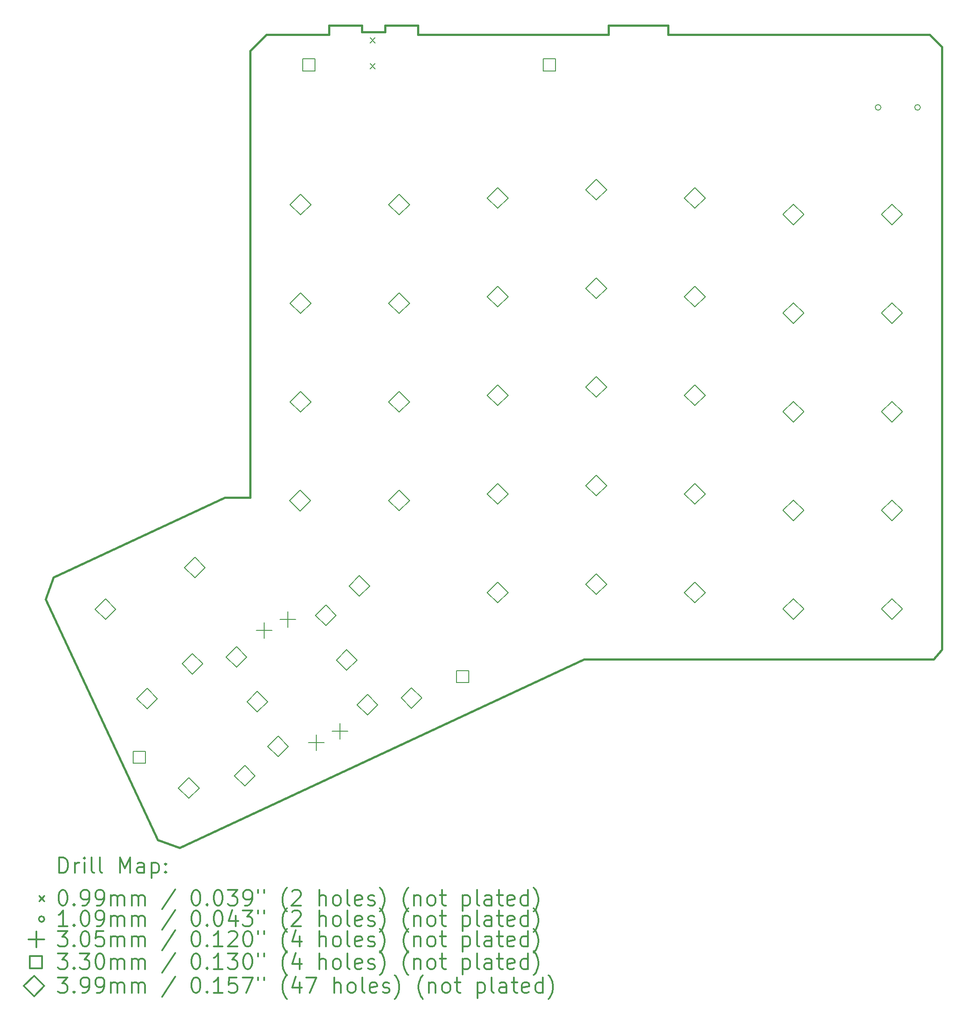
<source format=gbr>
%FSLAX45Y45*%
G04 Gerber Fmt 4.5, Leading zero omitted, Abs format (unit mm)*
G04 Created by KiCad (PCBNEW (5.0.1)-rc2) date 2018-10-18 11:00:09*
%MOMM*%
%LPD*%
G01*
G04 APERTURE LIST*
%ADD10C,0.381000*%
%ADD11C,0.200000*%
%ADD12C,0.300000*%
G04 APERTURE END LIST*
D10*
X19621500Y-15113000D02*
X19469100Y-15290800D01*
X19634200Y-3467100D02*
X19392900Y-3225800D01*
X12715240Y-15290800D02*
X19469100Y-15290800D01*
X19634200Y-15100300D02*
X19634200Y-3467100D01*
X19392900Y-3225800D02*
X14340840Y-3225800D01*
X14340840Y-3225800D02*
X14340840Y-3048000D01*
X14340840Y-3048000D02*
X13190220Y-3048000D01*
X13190220Y-3048000D02*
X13190220Y-3225800D01*
X13190220Y-3225800D02*
X9504680Y-3225800D01*
X9504680Y-3225800D02*
X9504680Y-3048000D01*
X9504680Y-3048000D02*
X8870950Y-3048000D01*
X8870950Y-3048000D02*
X8870950Y-3175000D01*
X8870950Y-3175000D02*
X8421370Y-3175000D01*
X8421370Y-3175000D02*
X8421370Y-3048000D01*
X8421370Y-3048000D02*
X7787640Y-3048000D01*
X7787640Y-3048000D02*
X7787640Y-3225800D01*
X7787640Y-3225800D02*
X6581140Y-3225800D01*
X6581140Y-3225800D02*
X6261100Y-3543300D01*
X6261100Y-3543300D02*
X6261100Y-12166600D01*
X6261100Y-12166600D02*
X5770880Y-12166600D01*
X5770880Y-12166600D02*
X2461768Y-13709650D01*
X2461768Y-13709650D02*
X2308098Y-14131544D01*
X2308098Y-14131544D02*
X4476496Y-18781776D01*
X4476496Y-18781776D02*
X4898390Y-18935192D01*
X4898390Y-18935192D02*
X12715240Y-15290800D01*
D11*
X8581390Y-3288030D02*
X8680450Y-3387090D01*
X8680450Y-3288030D02*
X8581390Y-3387090D01*
X8581390Y-3788410D02*
X8680450Y-3887470D01*
X8680450Y-3788410D02*
X8581390Y-3887470D01*
X18455410Y-4633000D02*
G75*
G03X18455410Y-4633000I-54610J0D01*
G01*
X19217410Y-4633000D02*
G75*
G03X19217410Y-4633000I-54610J0D01*
G01*
X6992708Y-14367397D02*
X6992708Y-14672197D01*
X6840308Y-14519797D02*
X7145108Y-14519797D01*
X8001752Y-16531297D02*
X8001752Y-16836097D01*
X7849352Y-16683697D02*
X8154152Y-16683697D01*
X6532382Y-14582179D02*
X6532382Y-14886979D01*
X6379982Y-14734579D02*
X6684782Y-14734579D01*
X7541426Y-16746079D02*
X7541426Y-17050879D01*
X7389026Y-16898479D02*
X7693826Y-16898479D01*
X4239874Y-17301074D02*
X4239874Y-17067726D01*
X4006526Y-17067726D01*
X4006526Y-17301074D01*
X4239874Y-17301074D01*
X7516674Y-3926674D02*
X7516674Y-3693326D01*
X7283326Y-3693326D01*
X7283326Y-3926674D01*
X7516674Y-3926674D01*
X10487874Y-15745074D02*
X10487874Y-15511726D01*
X10254526Y-15511726D01*
X10254526Y-15745074D01*
X10487874Y-15745074D01*
X12166674Y-3926674D02*
X12166674Y-3693326D01*
X11933326Y-3693326D01*
X11933326Y-3926674D01*
X12166674Y-3926674D01*
X5080000Y-17979390D02*
X5279390Y-17780000D01*
X5080000Y-17580610D01*
X4880610Y-17780000D01*
X5080000Y-17979390D01*
X7239000Y-6709410D02*
X7438390Y-6510020D01*
X7239000Y-6310630D01*
X7039610Y-6510020D01*
X7239000Y-6709410D01*
X7239254Y-8615680D02*
X7438644Y-8416290D01*
X7239254Y-8216900D01*
X7039864Y-8416290D01*
X7239254Y-8615680D01*
X9144000Y-10519156D02*
X9343390Y-10319766D01*
X9144000Y-10120376D01*
X8944610Y-10319766D01*
X9144000Y-10519156D01*
X5151169Y-15578039D02*
X5350559Y-15378649D01*
X5151169Y-15179259D01*
X4951779Y-15378649D01*
X5151169Y-15578039D01*
X6160213Y-17741940D02*
X6359603Y-17542550D01*
X6160213Y-17343160D01*
X5960823Y-17542550D01*
X6160213Y-17741940D01*
X12954000Y-14042390D02*
X13153390Y-13843000D01*
X12954000Y-13643610D01*
X12754610Y-13843000D01*
X12954000Y-14042390D01*
X7239254Y-10520680D02*
X7438644Y-10321290D01*
X7239254Y-10121900D01*
X7039864Y-10321290D01*
X7239254Y-10520680D01*
X11049000Y-10392156D02*
X11248390Y-10192766D01*
X11049000Y-9993376D01*
X10849610Y-10192766D01*
X11049000Y-10392156D01*
X14859000Y-12297156D02*
X15058390Y-12097766D01*
X14859000Y-11898376D01*
X14659610Y-12097766D01*
X14859000Y-12297156D01*
X18669000Y-8804656D02*
X18868390Y-8605266D01*
X18669000Y-8405876D01*
X18469610Y-8605266D01*
X18669000Y-8804656D01*
X16764000Y-14519656D02*
X16963390Y-14320266D01*
X16764000Y-14120876D01*
X16564610Y-14320266D01*
X16764000Y-14519656D01*
X18669000Y-12614656D02*
X18868390Y-12415266D01*
X18669000Y-12215876D01*
X18469610Y-12415266D01*
X18669000Y-12614656D01*
X12954000Y-12137390D02*
X13153390Y-11938000D01*
X12954000Y-11738610D01*
X12754610Y-11938000D01*
X12954000Y-12137390D01*
X14859000Y-6582156D02*
X15058390Y-6382766D01*
X14859000Y-6183376D01*
X14659610Y-6382766D01*
X14859000Y-6582156D01*
X14859000Y-8487156D02*
X15058390Y-8287766D01*
X14859000Y-8088376D01*
X14659610Y-8287766D01*
X14859000Y-8487156D01*
X7727950Y-14642592D02*
X7927340Y-14443202D01*
X7727950Y-14243812D01*
X7528560Y-14443202D01*
X7727950Y-14642592D01*
X14859000Y-10392156D02*
X15058390Y-10192766D01*
X14859000Y-9993376D01*
X14659610Y-10192766D01*
X14859000Y-10392156D01*
X18669000Y-10709656D02*
X18868390Y-10510266D01*
X18669000Y-10310876D01*
X18469610Y-10510266D01*
X18669000Y-10709656D01*
X6403848Y-16311118D02*
X6603238Y-16111728D01*
X6403848Y-15912338D01*
X6204458Y-16111728D01*
X6403848Y-16311118D01*
X3469894Y-14526260D02*
X3669284Y-14326870D01*
X3469894Y-14127480D01*
X3270504Y-14326870D01*
X3469894Y-14526260D01*
X9144000Y-12424156D02*
X9343390Y-12224766D01*
X9144000Y-12025376D01*
X8944610Y-12224766D01*
X9144000Y-12424156D01*
X11049000Y-6582156D02*
X11248390Y-6382766D01*
X11049000Y-6183376D01*
X10849610Y-6382766D01*
X11049000Y-6582156D01*
X5196332Y-13721334D02*
X5395722Y-13521944D01*
X5196332Y-13322554D01*
X4996942Y-13521944D01*
X5196332Y-13721334D01*
X9144000Y-8614156D02*
X9343390Y-8414766D01*
X9144000Y-8215376D01*
X8944610Y-8414766D01*
X9144000Y-8614156D01*
X6001512Y-15447772D02*
X6200902Y-15248382D01*
X6001512Y-15048992D01*
X5802122Y-15248382D01*
X6001512Y-15447772D01*
X16764000Y-12614656D02*
X16963390Y-12415266D01*
X16764000Y-12215876D01*
X16564610Y-12415266D01*
X16764000Y-12614656D01*
X8130286Y-15505938D02*
X8329676Y-15306548D01*
X8130286Y-15107158D01*
X7930896Y-15306548D01*
X8130286Y-15505938D01*
X11049000Y-12297156D02*
X11248390Y-12097766D01*
X11049000Y-11898376D01*
X10849610Y-12097766D01*
X11049000Y-12297156D01*
X12954000Y-8327390D02*
X13153390Y-8128000D01*
X12954000Y-7928610D01*
X12754610Y-8128000D01*
X12954000Y-8327390D01*
X18669000Y-6899910D02*
X18868390Y-6700520D01*
X18669000Y-6501130D01*
X18469610Y-6700520D01*
X18669000Y-6899910D01*
X11049000Y-8487156D02*
X11248390Y-8287766D01*
X11049000Y-8088376D01*
X10849610Y-8287766D01*
X11049000Y-8487156D01*
X6806438Y-17174210D02*
X7005828Y-16974820D01*
X6806438Y-16775430D01*
X6607048Y-16974820D01*
X6806438Y-17174210D01*
X9144000Y-6709410D02*
X9343390Y-6510020D01*
X9144000Y-6310630D01*
X8944610Y-6510020D01*
X9144000Y-6709410D01*
X8533130Y-16369284D02*
X8732520Y-16169894D01*
X8533130Y-15970504D01*
X8333740Y-16169894D01*
X8533130Y-16369284D01*
X4274820Y-16252698D02*
X4474210Y-16053308D01*
X4274820Y-15853918D01*
X4075430Y-16053308D01*
X4274820Y-16252698D01*
X8373921Y-14075116D02*
X8573311Y-13875726D01*
X8373921Y-13676336D01*
X8174531Y-13875726D01*
X8373921Y-14075116D01*
X9382965Y-16239017D02*
X9582355Y-16039627D01*
X9382965Y-15840237D01*
X9183575Y-16039627D01*
X9382965Y-16239017D01*
X18669000Y-14519656D02*
X18868390Y-14320266D01*
X18669000Y-14120876D01*
X18469610Y-14320266D01*
X18669000Y-14519656D01*
X16764000Y-10709656D02*
X16963390Y-10510266D01*
X16764000Y-10310876D01*
X16564610Y-10510266D01*
X16764000Y-10709656D01*
X16764000Y-8804656D02*
X16963390Y-8605266D01*
X16764000Y-8405876D01*
X16564610Y-8605266D01*
X16764000Y-8804656D01*
X16764000Y-6899910D02*
X16963390Y-6700520D01*
X16764000Y-6501130D01*
X16564610Y-6700520D01*
X16764000Y-6899910D01*
X11049000Y-14202156D02*
X11248390Y-14002766D01*
X11049000Y-13803376D01*
X10849610Y-14002766D01*
X11049000Y-14202156D01*
X14859000Y-14202156D02*
X15058390Y-14002766D01*
X14859000Y-13803376D01*
X14659610Y-14002766D01*
X14859000Y-14202156D01*
X12954000Y-6422390D02*
X13153390Y-6223000D01*
X12954000Y-6023610D01*
X12754610Y-6223000D01*
X12954000Y-6422390D01*
X7230649Y-12427455D02*
X7430039Y-12228065D01*
X7230649Y-12028675D01*
X7031259Y-12228065D01*
X7230649Y-12427455D01*
X12954000Y-10232390D02*
X13153390Y-10033000D01*
X12954000Y-9833610D01*
X12754610Y-10033000D01*
X12954000Y-10232390D01*
D12*
X2575476Y-19419956D02*
X2575476Y-19119956D01*
X2646905Y-19119956D01*
X2689762Y-19134242D01*
X2718334Y-19162814D01*
X2732619Y-19191385D01*
X2746905Y-19248528D01*
X2746905Y-19291385D01*
X2732619Y-19348528D01*
X2718334Y-19377099D01*
X2689762Y-19405671D01*
X2646905Y-19419956D01*
X2575476Y-19419956D01*
X2875476Y-19419956D02*
X2875476Y-19219956D01*
X2875476Y-19277099D02*
X2889762Y-19248528D01*
X2904048Y-19234242D01*
X2932619Y-19219956D01*
X2961191Y-19219956D01*
X3061191Y-19419956D02*
X3061191Y-19219956D01*
X3061191Y-19119956D02*
X3046905Y-19134242D01*
X3061191Y-19148528D01*
X3075476Y-19134242D01*
X3061191Y-19119956D01*
X3061191Y-19148528D01*
X3246905Y-19419956D02*
X3218334Y-19405671D01*
X3204048Y-19377099D01*
X3204048Y-19119956D01*
X3404048Y-19419956D02*
X3375476Y-19405671D01*
X3361191Y-19377099D01*
X3361191Y-19119956D01*
X3746905Y-19419956D02*
X3746905Y-19119956D01*
X3846905Y-19334242D01*
X3946905Y-19119956D01*
X3946905Y-19419956D01*
X4218334Y-19419956D02*
X4218334Y-19262814D01*
X4204048Y-19234242D01*
X4175476Y-19219956D01*
X4118334Y-19219956D01*
X4089762Y-19234242D01*
X4218334Y-19405671D02*
X4189762Y-19419956D01*
X4118334Y-19419956D01*
X4089762Y-19405671D01*
X4075476Y-19377099D01*
X4075476Y-19348528D01*
X4089762Y-19319956D01*
X4118334Y-19305671D01*
X4189762Y-19305671D01*
X4218334Y-19291385D01*
X4361191Y-19219956D02*
X4361191Y-19519956D01*
X4361191Y-19234242D02*
X4389762Y-19219956D01*
X4446905Y-19219956D01*
X4475476Y-19234242D01*
X4489762Y-19248528D01*
X4504048Y-19277099D01*
X4504048Y-19362814D01*
X4489762Y-19391385D01*
X4475476Y-19405671D01*
X4446905Y-19419956D01*
X4389762Y-19419956D01*
X4361191Y-19405671D01*
X4632619Y-19391385D02*
X4646905Y-19405671D01*
X4632619Y-19419956D01*
X4618334Y-19405671D01*
X4632619Y-19391385D01*
X4632619Y-19419956D01*
X4632619Y-19234242D02*
X4646905Y-19248528D01*
X4632619Y-19262814D01*
X4618334Y-19248528D01*
X4632619Y-19234242D01*
X4632619Y-19262814D01*
X2189988Y-19864712D02*
X2289048Y-19963772D01*
X2289048Y-19864712D02*
X2189988Y-19963772D01*
X2632619Y-19749956D02*
X2661191Y-19749956D01*
X2689762Y-19764242D01*
X2704048Y-19778528D01*
X2718334Y-19807099D01*
X2732619Y-19864242D01*
X2732619Y-19935671D01*
X2718334Y-19992814D01*
X2704048Y-20021385D01*
X2689762Y-20035671D01*
X2661191Y-20049956D01*
X2632619Y-20049956D01*
X2604048Y-20035671D01*
X2589762Y-20021385D01*
X2575476Y-19992814D01*
X2561191Y-19935671D01*
X2561191Y-19864242D01*
X2575476Y-19807099D01*
X2589762Y-19778528D01*
X2604048Y-19764242D01*
X2632619Y-19749956D01*
X2861191Y-20021385D02*
X2875476Y-20035671D01*
X2861191Y-20049956D01*
X2846905Y-20035671D01*
X2861191Y-20021385D01*
X2861191Y-20049956D01*
X3018334Y-20049956D02*
X3075476Y-20049956D01*
X3104048Y-20035671D01*
X3118334Y-20021385D01*
X3146905Y-19978528D01*
X3161191Y-19921385D01*
X3161191Y-19807099D01*
X3146905Y-19778528D01*
X3132619Y-19764242D01*
X3104048Y-19749956D01*
X3046905Y-19749956D01*
X3018334Y-19764242D01*
X3004048Y-19778528D01*
X2989762Y-19807099D01*
X2989762Y-19878528D01*
X3004048Y-19907099D01*
X3018334Y-19921385D01*
X3046905Y-19935671D01*
X3104048Y-19935671D01*
X3132619Y-19921385D01*
X3146905Y-19907099D01*
X3161191Y-19878528D01*
X3304048Y-20049956D02*
X3361191Y-20049956D01*
X3389762Y-20035671D01*
X3404048Y-20021385D01*
X3432619Y-19978528D01*
X3446905Y-19921385D01*
X3446905Y-19807099D01*
X3432619Y-19778528D01*
X3418334Y-19764242D01*
X3389762Y-19749956D01*
X3332619Y-19749956D01*
X3304048Y-19764242D01*
X3289762Y-19778528D01*
X3275476Y-19807099D01*
X3275476Y-19878528D01*
X3289762Y-19907099D01*
X3304048Y-19921385D01*
X3332619Y-19935671D01*
X3389762Y-19935671D01*
X3418334Y-19921385D01*
X3432619Y-19907099D01*
X3446905Y-19878528D01*
X3575476Y-20049956D02*
X3575476Y-19849956D01*
X3575476Y-19878528D02*
X3589762Y-19864242D01*
X3618334Y-19849956D01*
X3661191Y-19849956D01*
X3689762Y-19864242D01*
X3704048Y-19892814D01*
X3704048Y-20049956D01*
X3704048Y-19892814D02*
X3718334Y-19864242D01*
X3746905Y-19849956D01*
X3789762Y-19849956D01*
X3818334Y-19864242D01*
X3832619Y-19892814D01*
X3832619Y-20049956D01*
X3975476Y-20049956D02*
X3975476Y-19849956D01*
X3975476Y-19878528D02*
X3989762Y-19864242D01*
X4018334Y-19849956D01*
X4061191Y-19849956D01*
X4089762Y-19864242D01*
X4104048Y-19892814D01*
X4104048Y-20049956D01*
X4104048Y-19892814D02*
X4118334Y-19864242D01*
X4146905Y-19849956D01*
X4189762Y-19849956D01*
X4218334Y-19864242D01*
X4232619Y-19892814D01*
X4232619Y-20049956D01*
X4818334Y-19735671D02*
X4561191Y-20121385D01*
X5204048Y-19749956D02*
X5232619Y-19749956D01*
X5261191Y-19764242D01*
X5275476Y-19778528D01*
X5289762Y-19807099D01*
X5304048Y-19864242D01*
X5304048Y-19935671D01*
X5289762Y-19992814D01*
X5275476Y-20021385D01*
X5261191Y-20035671D01*
X5232619Y-20049956D01*
X5204048Y-20049956D01*
X5175476Y-20035671D01*
X5161191Y-20021385D01*
X5146905Y-19992814D01*
X5132619Y-19935671D01*
X5132619Y-19864242D01*
X5146905Y-19807099D01*
X5161191Y-19778528D01*
X5175476Y-19764242D01*
X5204048Y-19749956D01*
X5432619Y-20021385D02*
X5446905Y-20035671D01*
X5432619Y-20049956D01*
X5418334Y-20035671D01*
X5432619Y-20021385D01*
X5432619Y-20049956D01*
X5632619Y-19749956D02*
X5661191Y-19749956D01*
X5689762Y-19764242D01*
X5704048Y-19778528D01*
X5718334Y-19807099D01*
X5732619Y-19864242D01*
X5732619Y-19935671D01*
X5718334Y-19992814D01*
X5704048Y-20021385D01*
X5689762Y-20035671D01*
X5661191Y-20049956D01*
X5632619Y-20049956D01*
X5604048Y-20035671D01*
X5589762Y-20021385D01*
X5575476Y-19992814D01*
X5561191Y-19935671D01*
X5561191Y-19864242D01*
X5575476Y-19807099D01*
X5589762Y-19778528D01*
X5604048Y-19764242D01*
X5632619Y-19749956D01*
X5832619Y-19749956D02*
X6018334Y-19749956D01*
X5918334Y-19864242D01*
X5961191Y-19864242D01*
X5989762Y-19878528D01*
X6004048Y-19892814D01*
X6018334Y-19921385D01*
X6018334Y-19992814D01*
X6004048Y-20021385D01*
X5989762Y-20035671D01*
X5961191Y-20049956D01*
X5875476Y-20049956D01*
X5846905Y-20035671D01*
X5832619Y-20021385D01*
X6161191Y-20049956D02*
X6218334Y-20049956D01*
X6246905Y-20035671D01*
X6261191Y-20021385D01*
X6289762Y-19978528D01*
X6304048Y-19921385D01*
X6304048Y-19807099D01*
X6289762Y-19778528D01*
X6275476Y-19764242D01*
X6246905Y-19749956D01*
X6189762Y-19749956D01*
X6161191Y-19764242D01*
X6146905Y-19778528D01*
X6132619Y-19807099D01*
X6132619Y-19878528D01*
X6146905Y-19907099D01*
X6161191Y-19921385D01*
X6189762Y-19935671D01*
X6246905Y-19935671D01*
X6275476Y-19921385D01*
X6289762Y-19907099D01*
X6304048Y-19878528D01*
X6418334Y-19749956D02*
X6418334Y-19807099D01*
X6532619Y-19749956D02*
X6532619Y-19807099D01*
X6975476Y-20164242D02*
X6961191Y-20149956D01*
X6932619Y-20107099D01*
X6918334Y-20078528D01*
X6904048Y-20035671D01*
X6889762Y-19964242D01*
X6889762Y-19907099D01*
X6904048Y-19835671D01*
X6918334Y-19792814D01*
X6932619Y-19764242D01*
X6961191Y-19721385D01*
X6975476Y-19707099D01*
X7075476Y-19778528D02*
X7089762Y-19764242D01*
X7118334Y-19749956D01*
X7189762Y-19749956D01*
X7218334Y-19764242D01*
X7232619Y-19778528D01*
X7246905Y-19807099D01*
X7246905Y-19835671D01*
X7232619Y-19878528D01*
X7061191Y-20049956D01*
X7246905Y-20049956D01*
X7604048Y-20049956D02*
X7604048Y-19749956D01*
X7732619Y-20049956D02*
X7732619Y-19892814D01*
X7718334Y-19864242D01*
X7689762Y-19849956D01*
X7646905Y-19849956D01*
X7618334Y-19864242D01*
X7604048Y-19878528D01*
X7918334Y-20049956D02*
X7889762Y-20035671D01*
X7875476Y-20021385D01*
X7861191Y-19992814D01*
X7861191Y-19907099D01*
X7875476Y-19878528D01*
X7889762Y-19864242D01*
X7918334Y-19849956D01*
X7961191Y-19849956D01*
X7989762Y-19864242D01*
X8004048Y-19878528D01*
X8018334Y-19907099D01*
X8018334Y-19992814D01*
X8004048Y-20021385D01*
X7989762Y-20035671D01*
X7961191Y-20049956D01*
X7918334Y-20049956D01*
X8189762Y-20049956D02*
X8161191Y-20035671D01*
X8146905Y-20007099D01*
X8146905Y-19749956D01*
X8418334Y-20035671D02*
X8389762Y-20049956D01*
X8332619Y-20049956D01*
X8304048Y-20035671D01*
X8289762Y-20007099D01*
X8289762Y-19892814D01*
X8304048Y-19864242D01*
X8332619Y-19849956D01*
X8389762Y-19849956D01*
X8418334Y-19864242D01*
X8432619Y-19892814D01*
X8432619Y-19921385D01*
X8289762Y-19949956D01*
X8546905Y-20035671D02*
X8575476Y-20049956D01*
X8632619Y-20049956D01*
X8661191Y-20035671D01*
X8675476Y-20007099D01*
X8675476Y-19992814D01*
X8661191Y-19964242D01*
X8632619Y-19949956D01*
X8589762Y-19949956D01*
X8561191Y-19935671D01*
X8546905Y-19907099D01*
X8546905Y-19892814D01*
X8561191Y-19864242D01*
X8589762Y-19849956D01*
X8632619Y-19849956D01*
X8661191Y-19864242D01*
X8775476Y-20164242D02*
X8789762Y-20149956D01*
X8818334Y-20107099D01*
X8832619Y-20078528D01*
X8846905Y-20035671D01*
X8861191Y-19964242D01*
X8861191Y-19907099D01*
X8846905Y-19835671D01*
X8832619Y-19792814D01*
X8818334Y-19764242D01*
X8789762Y-19721385D01*
X8775476Y-19707099D01*
X9318334Y-20164242D02*
X9304048Y-20149956D01*
X9275476Y-20107099D01*
X9261191Y-20078528D01*
X9246905Y-20035671D01*
X9232619Y-19964242D01*
X9232619Y-19907099D01*
X9246905Y-19835671D01*
X9261191Y-19792814D01*
X9275476Y-19764242D01*
X9304048Y-19721385D01*
X9318334Y-19707099D01*
X9432619Y-19849956D02*
X9432619Y-20049956D01*
X9432619Y-19878528D02*
X9446905Y-19864242D01*
X9475476Y-19849956D01*
X9518334Y-19849956D01*
X9546905Y-19864242D01*
X9561191Y-19892814D01*
X9561191Y-20049956D01*
X9746905Y-20049956D02*
X9718334Y-20035671D01*
X9704048Y-20021385D01*
X9689762Y-19992814D01*
X9689762Y-19907099D01*
X9704048Y-19878528D01*
X9718334Y-19864242D01*
X9746905Y-19849956D01*
X9789762Y-19849956D01*
X9818334Y-19864242D01*
X9832619Y-19878528D01*
X9846905Y-19907099D01*
X9846905Y-19992814D01*
X9832619Y-20021385D01*
X9818334Y-20035671D01*
X9789762Y-20049956D01*
X9746905Y-20049956D01*
X9932619Y-19849956D02*
X10046905Y-19849956D01*
X9975476Y-19749956D02*
X9975476Y-20007099D01*
X9989762Y-20035671D01*
X10018334Y-20049956D01*
X10046905Y-20049956D01*
X10375476Y-19849956D02*
X10375476Y-20149956D01*
X10375476Y-19864242D02*
X10404048Y-19849956D01*
X10461191Y-19849956D01*
X10489762Y-19864242D01*
X10504048Y-19878528D01*
X10518334Y-19907099D01*
X10518334Y-19992814D01*
X10504048Y-20021385D01*
X10489762Y-20035671D01*
X10461191Y-20049956D01*
X10404048Y-20049956D01*
X10375476Y-20035671D01*
X10689762Y-20049956D02*
X10661191Y-20035671D01*
X10646905Y-20007099D01*
X10646905Y-19749956D01*
X10932619Y-20049956D02*
X10932619Y-19892814D01*
X10918334Y-19864242D01*
X10889762Y-19849956D01*
X10832619Y-19849956D01*
X10804048Y-19864242D01*
X10932619Y-20035671D02*
X10904048Y-20049956D01*
X10832619Y-20049956D01*
X10804048Y-20035671D01*
X10789762Y-20007099D01*
X10789762Y-19978528D01*
X10804048Y-19949956D01*
X10832619Y-19935671D01*
X10904048Y-19935671D01*
X10932619Y-19921385D01*
X11032619Y-19849956D02*
X11146905Y-19849956D01*
X11075476Y-19749956D02*
X11075476Y-20007099D01*
X11089762Y-20035671D01*
X11118334Y-20049956D01*
X11146905Y-20049956D01*
X11361191Y-20035671D02*
X11332619Y-20049956D01*
X11275476Y-20049956D01*
X11246905Y-20035671D01*
X11232619Y-20007099D01*
X11232619Y-19892814D01*
X11246905Y-19864242D01*
X11275476Y-19849956D01*
X11332619Y-19849956D01*
X11361191Y-19864242D01*
X11375476Y-19892814D01*
X11375476Y-19921385D01*
X11232619Y-19949956D01*
X11632619Y-20049956D02*
X11632619Y-19749956D01*
X11632619Y-20035671D02*
X11604048Y-20049956D01*
X11546905Y-20049956D01*
X11518334Y-20035671D01*
X11504048Y-20021385D01*
X11489762Y-19992814D01*
X11489762Y-19907099D01*
X11504048Y-19878528D01*
X11518334Y-19864242D01*
X11546905Y-19849956D01*
X11604048Y-19849956D01*
X11632619Y-19864242D01*
X11746905Y-20164242D02*
X11761191Y-20149956D01*
X11789762Y-20107099D01*
X11804048Y-20078528D01*
X11818334Y-20035671D01*
X11832619Y-19964242D01*
X11832619Y-19907099D01*
X11818334Y-19835671D01*
X11804048Y-19792814D01*
X11789762Y-19764242D01*
X11761191Y-19721385D01*
X11746905Y-19707099D01*
X2289048Y-20310242D02*
G75*
G03X2289048Y-20310242I-54610J0D01*
G01*
X2732619Y-20445956D02*
X2561191Y-20445956D01*
X2646905Y-20445956D02*
X2646905Y-20145956D01*
X2618334Y-20188814D01*
X2589762Y-20217385D01*
X2561191Y-20231671D01*
X2861191Y-20417385D02*
X2875476Y-20431671D01*
X2861191Y-20445956D01*
X2846905Y-20431671D01*
X2861191Y-20417385D01*
X2861191Y-20445956D01*
X3061191Y-20145956D02*
X3089762Y-20145956D01*
X3118334Y-20160242D01*
X3132619Y-20174528D01*
X3146905Y-20203099D01*
X3161191Y-20260242D01*
X3161191Y-20331671D01*
X3146905Y-20388814D01*
X3132619Y-20417385D01*
X3118334Y-20431671D01*
X3089762Y-20445956D01*
X3061191Y-20445956D01*
X3032619Y-20431671D01*
X3018334Y-20417385D01*
X3004048Y-20388814D01*
X2989762Y-20331671D01*
X2989762Y-20260242D01*
X3004048Y-20203099D01*
X3018334Y-20174528D01*
X3032619Y-20160242D01*
X3061191Y-20145956D01*
X3304048Y-20445956D02*
X3361191Y-20445956D01*
X3389762Y-20431671D01*
X3404048Y-20417385D01*
X3432619Y-20374528D01*
X3446905Y-20317385D01*
X3446905Y-20203099D01*
X3432619Y-20174528D01*
X3418334Y-20160242D01*
X3389762Y-20145956D01*
X3332619Y-20145956D01*
X3304048Y-20160242D01*
X3289762Y-20174528D01*
X3275476Y-20203099D01*
X3275476Y-20274528D01*
X3289762Y-20303099D01*
X3304048Y-20317385D01*
X3332619Y-20331671D01*
X3389762Y-20331671D01*
X3418334Y-20317385D01*
X3432619Y-20303099D01*
X3446905Y-20274528D01*
X3575476Y-20445956D02*
X3575476Y-20245956D01*
X3575476Y-20274528D02*
X3589762Y-20260242D01*
X3618334Y-20245956D01*
X3661191Y-20245956D01*
X3689762Y-20260242D01*
X3704048Y-20288814D01*
X3704048Y-20445956D01*
X3704048Y-20288814D02*
X3718334Y-20260242D01*
X3746905Y-20245956D01*
X3789762Y-20245956D01*
X3818334Y-20260242D01*
X3832619Y-20288814D01*
X3832619Y-20445956D01*
X3975476Y-20445956D02*
X3975476Y-20245956D01*
X3975476Y-20274528D02*
X3989762Y-20260242D01*
X4018334Y-20245956D01*
X4061191Y-20245956D01*
X4089762Y-20260242D01*
X4104048Y-20288814D01*
X4104048Y-20445956D01*
X4104048Y-20288814D02*
X4118334Y-20260242D01*
X4146905Y-20245956D01*
X4189762Y-20245956D01*
X4218334Y-20260242D01*
X4232619Y-20288814D01*
X4232619Y-20445956D01*
X4818334Y-20131671D02*
X4561191Y-20517385D01*
X5204048Y-20145956D02*
X5232619Y-20145956D01*
X5261191Y-20160242D01*
X5275476Y-20174528D01*
X5289762Y-20203099D01*
X5304048Y-20260242D01*
X5304048Y-20331671D01*
X5289762Y-20388814D01*
X5275476Y-20417385D01*
X5261191Y-20431671D01*
X5232619Y-20445956D01*
X5204048Y-20445956D01*
X5175476Y-20431671D01*
X5161191Y-20417385D01*
X5146905Y-20388814D01*
X5132619Y-20331671D01*
X5132619Y-20260242D01*
X5146905Y-20203099D01*
X5161191Y-20174528D01*
X5175476Y-20160242D01*
X5204048Y-20145956D01*
X5432619Y-20417385D02*
X5446905Y-20431671D01*
X5432619Y-20445956D01*
X5418334Y-20431671D01*
X5432619Y-20417385D01*
X5432619Y-20445956D01*
X5632619Y-20145956D02*
X5661191Y-20145956D01*
X5689762Y-20160242D01*
X5704048Y-20174528D01*
X5718334Y-20203099D01*
X5732619Y-20260242D01*
X5732619Y-20331671D01*
X5718334Y-20388814D01*
X5704048Y-20417385D01*
X5689762Y-20431671D01*
X5661191Y-20445956D01*
X5632619Y-20445956D01*
X5604048Y-20431671D01*
X5589762Y-20417385D01*
X5575476Y-20388814D01*
X5561191Y-20331671D01*
X5561191Y-20260242D01*
X5575476Y-20203099D01*
X5589762Y-20174528D01*
X5604048Y-20160242D01*
X5632619Y-20145956D01*
X5989762Y-20245956D02*
X5989762Y-20445956D01*
X5918334Y-20131671D02*
X5846905Y-20345956D01*
X6032619Y-20345956D01*
X6118334Y-20145956D02*
X6304048Y-20145956D01*
X6204048Y-20260242D01*
X6246905Y-20260242D01*
X6275476Y-20274528D01*
X6289762Y-20288814D01*
X6304048Y-20317385D01*
X6304048Y-20388814D01*
X6289762Y-20417385D01*
X6275476Y-20431671D01*
X6246905Y-20445956D01*
X6161191Y-20445956D01*
X6132619Y-20431671D01*
X6118334Y-20417385D01*
X6418334Y-20145956D02*
X6418334Y-20203099D01*
X6532619Y-20145956D02*
X6532619Y-20203099D01*
X6975476Y-20560242D02*
X6961191Y-20545956D01*
X6932619Y-20503099D01*
X6918334Y-20474528D01*
X6904048Y-20431671D01*
X6889762Y-20360242D01*
X6889762Y-20303099D01*
X6904048Y-20231671D01*
X6918334Y-20188814D01*
X6932619Y-20160242D01*
X6961191Y-20117385D01*
X6975476Y-20103099D01*
X7075476Y-20174528D02*
X7089762Y-20160242D01*
X7118334Y-20145956D01*
X7189762Y-20145956D01*
X7218334Y-20160242D01*
X7232619Y-20174528D01*
X7246905Y-20203099D01*
X7246905Y-20231671D01*
X7232619Y-20274528D01*
X7061191Y-20445956D01*
X7246905Y-20445956D01*
X7604048Y-20445956D02*
X7604048Y-20145956D01*
X7732619Y-20445956D02*
X7732619Y-20288814D01*
X7718334Y-20260242D01*
X7689762Y-20245956D01*
X7646905Y-20245956D01*
X7618334Y-20260242D01*
X7604048Y-20274528D01*
X7918334Y-20445956D02*
X7889762Y-20431671D01*
X7875476Y-20417385D01*
X7861191Y-20388814D01*
X7861191Y-20303099D01*
X7875476Y-20274528D01*
X7889762Y-20260242D01*
X7918334Y-20245956D01*
X7961191Y-20245956D01*
X7989762Y-20260242D01*
X8004048Y-20274528D01*
X8018334Y-20303099D01*
X8018334Y-20388814D01*
X8004048Y-20417385D01*
X7989762Y-20431671D01*
X7961191Y-20445956D01*
X7918334Y-20445956D01*
X8189762Y-20445956D02*
X8161191Y-20431671D01*
X8146905Y-20403099D01*
X8146905Y-20145956D01*
X8418334Y-20431671D02*
X8389762Y-20445956D01*
X8332619Y-20445956D01*
X8304048Y-20431671D01*
X8289762Y-20403099D01*
X8289762Y-20288814D01*
X8304048Y-20260242D01*
X8332619Y-20245956D01*
X8389762Y-20245956D01*
X8418334Y-20260242D01*
X8432619Y-20288814D01*
X8432619Y-20317385D01*
X8289762Y-20345956D01*
X8546905Y-20431671D02*
X8575476Y-20445956D01*
X8632619Y-20445956D01*
X8661191Y-20431671D01*
X8675476Y-20403099D01*
X8675476Y-20388814D01*
X8661191Y-20360242D01*
X8632619Y-20345956D01*
X8589762Y-20345956D01*
X8561191Y-20331671D01*
X8546905Y-20303099D01*
X8546905Y-20288814D01*
X8561191Y-20260242D01*
X8589762Y-20245956D01*
X8632619Y-20245956D01*
X8661191Y-20260242D01*
X8775476Y-20560242D02*
X8789762Y-20545956D01*
X8818334Y-20503099D01*
X8832619Y-20474528D01*
X8846905Y-20431671D01*
X8861191Y-20360242D01*
X8861191Y-20303099D01*
X8846905Y-20231671D01*
X8832619Y-20188814D01*
X8818334Y-20160242D01*
X8789762Y-20117385D01*
X8775476Y-20103099D01*
X9318334Y-20560242D02*
X9304048Y-20545956D01*
X9275476Y-20503099D01*
X9261191Y-20474528D01*
X9246905Y-20431671D01*
X9232619Y-20360242D01*
X9232619Y-20303099D01*
X9246905Y-20231671D01*
X9261191Y-20188814D01*
X9275476Y-20160242D01*
X9304048Y-20117385D01*
X9318334Y-20103099D01*
X9432619Y-20245956D02*
X9432619Y-20445956D01*
X9432619Y-20274528D02*
X9446905Y-20260242D01*
X9475476Y-20245956D01*
X9518334Y-20245956D01*
X9546905Y-20260242D01*
X9561191Y-20288814D01*
X9561191Y-20445956D01*
X9746905Y-20445956D02*
X9718334Y-20431671D01*
X9704048Y-20417385D01*
X9689762Y-20388814D01*
X9689762Y-20303099D01*
X9704048Y-20274528D01*
X9718334Y-20260242D01*
X9746905Y-20245956D01*
X9789762Y-20245956D01*
X9818334Y-20260242D01*
X9832619Y-20274528D01*
X9846905Y-20303099D01*
X9846905Y-20388814D01*
X9832619Y-20417385D01*
X9818334Y-20431671D01*
X9789762Y-20445956D01*
X9746905Y-20445956D01*
X9932619Y-20245956D02*
X10046905Y-20245956D01*
X9975476Y-20145956D02*
X9975476Y-20403099D01*
X9989762Y-20431671D01*
X10018334Y-20445956D01*
X10046905Y-20445956D01*
X10375476Y-20245956D02*
X10375476Y-20545956D01*
X10375476Y-20260242D02*
X10404048Y-20245956D01*
X10461191Y-20245956D01*
X10489762Y-20260242D01*
X10504048Y-20274528D01*
X10518334Y-20303099D01*
X10518334Y-20388814D01*
X10504048Y-20417385D01*
X10489762Y-20431671D01*
X10461191Y-20445956D01*
X10404048Y-20445956D01*
X10375476Y-20431671D01*
X10689762Y-20445956D02*
X10661191Y-20431671D01*
X10646905Y-20403099D01*
X10646905Y-20145956D01*
X10932619Y-20445956D02*
X10932619Y-20288814D01*
X10918334Y-20260242D01*
X10889762Y-20245956D01*
X10832619Y-20245956D01*
X10804048Y-20260242D01*
X10932619Y-20431671D02*
X10904048Y-20445956D01*
X10832619Y-20445956D01*
X10804048Y-20431671D01*
X10789762Y-20403099D01*
X10789762Y-20374528D01*
X10804048Y-20345956D01*
X10832619Y-20331671D01*
X10904048Y-20331671D01*
X10932619Y-20317385D01*
X11032619Y-20245956D02*
X11146905Y-20245956D01*
X11075476Y-20145956D02*
X11075476Y-20403099D01*
X11089762Y-20431671D01*
X11118334Y-20445956D01*
X11146905Y-20445956D01*
X11361191Y-20431671D02*
X11332619Y-20445956D01*
X11275476Y-20445956D01*
X11246905Y-20431671D01*
X11232619Y-20403099D01*
X11232619Y-20288814D01*
X11246905Y-20260242D01*
X11275476Y-20245956D01*
X11332619Y-20245956D01*
X11361191Y-20260242D01*
X11375476Y-20288814D01*
X11375476Y-20317385D01*
X11232619Y-20345956D01*
X11632619Y-20445956D02*
X11632619Y-20145956D01*
X11632619Y-20431671D02*
X11604048Y-20445956D01*
X11546905Y-20445956D01*
X11518334Y-20431671D01*
X11504048Y-20417385D01*
X11489762Y-20388814D01*
X11489762Y-20303099D01*
X11504048Y-20274528D01*
X11518334Y-20260242D01*
X11546905Y-20245956D01*
X11604048Y-20245956D01*
X11632619Y-20260242D01*
X11746905Y-20560242D02*
X11761191Y-20545956D01*
X11789762Y-20503099D01*
X11804048Y-20474528D01*
X11818334Y-20431671D01*
X11832619Y-20360242D01*
X11832619Y-20303099D01*
X11818334Y-20231671D01*
X11804048Y-20188814D01*
X11789762Y-20160242D01*
X11761191Y-20117385D01*
X11746905Y-20103099D01*
X2136648Y-20553842D02*
X2136648Y-20858642D01*
X1984248Y-20706242D02*
X2289048Y-20706242D01*
X2546905Y-20541956D02*
X2732619Y-20541956D01*
X2632619Y-20656242D01*
X2675476Y-20656242D01*
X2704048Y-20670528D01*
X2718334Y-20684814D01*
X2732619Y-20713385D01*
X2732619Y-20784814D01*
X2718334Y-20813385D01*
X2704048Y-20827671D01*
X2675476Y-20841956D01*
X2589762Y-20841956D01*
X2561191Y-20827671D01*
X2546905Y-20813385D01*
X2861191Y-20813385D02*
X2875476Y-20827671D01*
X2861191Y-20841956D01*
X2846905Y-20827671D01*
X2861191Y-20813385D01*
X2861191Y-20841956D01*
X3061191Y-20541956D02*
X3089762Y-20541956D01*
X3118334Y-20556242D01*
X3132619Y-20570528D01*
X3146905Y-20599099D01*
X3161191Y-20656242D01*
X3161191Y-20727671D01*
X3146905Y-20784814D01*
X3132619Y-20813385D01*
X3118334Y-20827671D01*
X3089762Y-20841956D01*
X3061191Y-20841956D01*
X3032619Y-20827671D01*
X3018334Y-20813385D01*
X3004048Y-20784814D01*
X2989762Y-20727671D01*
X2989762Y-20656242D01*
X3004048Y-20599099D01*
X3018334Y-20570528D01*
X3032619Y-20556242D01*
X3061191Y-20541956D01*
X3432619Y-20541956D02*
X3289762Y-20541956D01*
X3275476Y-20684814D01*
X3289762Y-20670528D01*
X3318334Y-20656242D01*
X3389762Y-20656242D01*
X3418334Y-20670528D01*
X3432619Y-20684814D01*
X3446905Y-20713385D01*
X3446905Y-20784814D01*
X3432619Y-20813385D01*
X3418334Y-20827671D01*
X3389762Y-20841956D01*
X3318334Y-20841956D01*
X3289762Y-20827671D01*
X3275476Y-20813385D01*
X3575476Y-20841956D02*
X3575476Y-20641956D01*
X3575476Y-20670528D02*
X3589762Y-20656242D01*
X3618334Y-20641956D01*
X3661191Y-20641956D01*
X3689762Y-20656242D01*
X3704048Y-20684814D01*
X3704048Y-20841956D01*
X3704048Y-20684814D02*
X3718334Y-20656242D01*
X3746905Y-20641956D01*
X3789762Y-20641956D01*
X3818334Y-20656242D01*
X3832619Y-20684814D01*
X3832619Y-20841956D01*
X3975476Y-20841956D02*
X3975476Y-20641956D01*
X3975476Y-20670528D02*
X3989762Y-20656242D01*
X4018334Y-20641956D01*
X4061191Y-20641956D01*
X4089762Y-20656242D01*
X4104048Y-20684814D01*
X4104048Y-20841956D01*
X4104048Y-20684814D02*
X4118334Y-20656242D01*
X4146905Y-20641956D01*
X4189762Y-20641956D01*
X4218334Y-20656242D01*
X4232619Y-20684814D01*
X4232619Y-20841956D01*
X4818334Y-20527671D02*
X4561191Y-20913385D01*
X5204048Y-20541956D02*
X5232619Y-20541956D01*
X5261191Y-20556242D01*
X5275476Y-20570528D01*
X5289762Y-20599099D01*
X5304048Y-20656242D01*
X5304048Y-20727671D01*
X5289762Y-20784814D01*
X5275476Y-20813385D01*
X5261191Y-20827671D01*
X5232619Y-20841956D01*
X5204048Y-20841956D01*
X5175476Y-20827671D01*
X5161191Y-20813385D01*
X5146905Y-20784814D01*
X5132619Y-20727671D01*
X5132619Y-20656242D01*
X5146905Y-20599099D01*
X5161191Y-20570528D01*
X5175476Y-20556242D01*
X5204048Y-20541956D01*
X5432619Y-20813385D02*
X5446905Y-20827671D01*
X5432619Y-20841956D01*
X5418334Y-20827671D01*
X5432619Y-20813385D01*
X5432619Y-20841956D01*
X5732619Y-20841956D02*
X5561191Y-20841956D01*
X5646905Y-20841956D02*
X5646905Y-20541956D01*
X5618334Y-20584814D01*
X5589762Y-20613385D01*
X5561191Y-20627671D01*
X5846905Y-20570528D02*
X5861191Y-20556242D01*
X5889762Y-20541956D01*
X5961191Y-20541956D01*
X5989762Y-20556242D01*
X6004048Y-20570528D01*
X6018334Y-20599099D01*
X6018334Y-20627671D01*
X6004048Y-20670528D01*
X5832619Y-20841956D01*
X6018334Y-20841956D01*
X6204048Y-20541956D02*
X6232619Y-20541956D01*
X6261191Y-20556242D01*
X6275476Y-20570528D01*
X6289762Y-20599099D01*
X6304048Y-20656242D01*
X6304048Y-20727671D01*
X6289762Y-20784814D01*
X6275476Y-20813385D01*
X6261191Y-20827671D01*
X6232619Y-20841956D01*
X6204048Y-20841956D01*
X6175476Y-20827671D01*
X6161191Y-20813385D01*
X6146905Y-20784814D01*
X6132619Y-20727671D01*
X6132619Y-20656242D01*
X6146905Y-20599099D01*
X6161191Y-20570528D01*
X6175476Y-20556242D01*
X6204048Y-20541956D01*
X6418334Y-20541956D02*
X6418334Y-20599099D01*
X6532619Y-20541956D02*
X6532619Y-20599099D01*
X6975476Y-20956242D02*
X6961191Y-20941956D01*
X6932619Y-20899099D01*
X6918334Y-20870528D01*
X6904048Y-20827671D01*
X6889762Y-20756242D01*
X6889762Y-20699099D01*
X6904048Y-20627671D01*
X6918334Y-20584814D01*
X6932619Y-20556242D01*
X6961191Y-20513385D01*
X6975476Y-20499099D01*
X7218334Y-20641956D02*
X7218334Y-20841956D01*
X7146905Y-20527671D02*
X7075476Y-20741956D01*
X7261191Y-20741956D01*
X7604048Y-20841956D02*
X7604048Y-20541956D01*
X7732619Y-20841956D02*
X7732619Y-20684814D01*
X7718334Y-20656242D01*
X7689762Y-20641956D01*
X7646905Y-20641956D01*
X7618334Y-20656242D01*
X7604048Y-20670528D01*
X7918334Y-20841956D02*
X7889762Y-20827671D01*
X7875476Y-20813385D01*
X7861191Y-20784814D01*
X7861191Y-20699099D01*
X7875476Y-20670528D01*
X7889762Y-20656242D01*
X7918334Y-20641956D01*
X7961191Y-20641956D01*
X7989762Y-20656242D01*
X8004048Y-20670528D01*
X8018334Y-20699099D01*
X8018334Y-20784814D01*
X8004048Y-20813385D01*
X7989762Y-20827671D01*
X7961191Y-20841956D01*
X7918334Y-20841956D01*
X8189762Y-20841956D02*
X8161191Y-20827671D01*
X8146905Y-20799099D01*
X8146905Y-20541956D01*
X8418334Y-20827671D02*
X8389762Y-20841956D01*
X8332619Y-20841956D01*
X8304048Y-20827671D01*
X8289762Y-20799099D01*
X8289762Y-20684814D01*
X8304048Y-20656242D01*
X8332619Y-20641956D01*
X8389762Y-20641956D01*
X8418334Y-20656242D01*
X8432619Y-20684814D01*
X8432619Y-20713385D01*
X8289762Y-20741956D01*
X8546905Y-20827671D02*
X8575476Y-20841956D01*
X8632619Y-20841956D01*
X8661191Y-20827671D01*
X8675476Y-20799099D01*
X8675476Y-20784814D01*
X8661191Y-20756242D01*
X8632619Y-20741956D01*
X8589762Y-20741956D01*
X8561191Y-20727671D01*
X8546905Y-20699099D01*
X8546905Y-20684814D01*
X8561191Y-20656242D01*
X8589762Y-20641956D01*
X8632619Y-20641956D01*
X8661191Y-20656242D01*
X8775476Y-20956242D02*
X8789762Y-20941956D01*
X8818334Y-20899099D01*
X8832619Y-20870528D01*
X8846905Y-20827671D01*
X8861191Y-20756242D01*
X8861191Y-20699099D01*
X8846905Y-20627671D01*
X8832619Y-20584814D01*
X8818334Y-20556242D01*
X8789762Y-20513385D01*
X8775476Y-20499099D01*
X9318334Y-20956242D02*
X9304048Y-20941956D01*
X9275476Y-20899099D01*
X9261191Y-20870528D01*
X9246905Y-20827671D01*
X9232619Y-20756242D01*
X9232619Y-20699099D01*
X9246905Y-20627671D01*
X9261191Y-20584814D01*
X9275476Y-20556242D01*
X9304048Y-20513385D01*
X9318334Y-20499099D01*
X9432619Y-20641956D02*
X9432619Y-20841956D01*
X9432619Y-20670528D02*
X9446905Y-20656242D01*
X9475476Y-20641956D01*
X9518334Y-20641956D01*
X9546905Y-20656242D01*
X9561191Y-20684814D01*
X9561191Y-20841956D01*
X9746905Y-20841956D02*
X9718334Y-20827671D01*
X9704048Y-20813385D01*
X9689762Y-20784814D01*
X9689762Y-20699099D01*
X9704048Y-20670528D01*
X9718334Y-20656242D01*
X9746905Y-20641956D01*
X9789762Y-20641956D01*
X9818334Y-20656242D01*
X9832619Y-20670528D01*
X9846905Y-20699099D01*
X9846905Y-20784814D01*
X9832619Y-20813385D01*
X9818334Y-20827671D01*
X9789762Y-20841956D01*
X9746905Y-20841956D01*
X9932619Y-20641956D02*
X10046905Y-20641956D01*
X9975476Y-20541956D02*
X9975476Y-20799099D01*
X9989762Y-20827671D01*
X10018334Y-20841956D01*
X10046905Y-20841956D01*
X10375476Y-20641956D02*
X10375476Y-20941956D01*
X10375476Y-20656242D02*
X10404048Y-20641956D01*
X10461191Y-20641956D01*
X10489762Y-20656242D01*
X10504048Y-20670528D01*
X10518334Y-20699099D01*
X10518334Y-20784814D01*
X10504048Y-20813385D01*
X10489762Y-20827671D01*
X10461191Y-20841956D01*
X10404048Y-20841956D01*
X10375476Y-20827671D01*
X10689762Y-20841956D02*
X10661191Y-20827671D01*
X10646905Y-20799099D01*
X10646905Y-20541956D01*
X10932619Y-20841956D02*
X10932619Y-20684814D01*
X10918334Y-20656242D01*
X10889762Y-20641956D01*
X10832619Y-20641956D01*
X10804048Y-20656242D01*
X10932619Y-20827671D02*
X10904048Y-20841956D01*
X10832619Y-20841956D01*
X10804048Y-20827671D01*
X10789762Y-20799099D01*
X10789762Y-20770528D01*
X10804048Y-20741956D01*
X10832619Y-20727671D01*
X10904048Y-20727671D01*
X10932619Y-20713385D01*
X11032619Y-20641956D02*
X11146905Y-20641956D01*
X11075476Y-20541956D02*
X11075476Y-20799099D01*
X11089762Y-20827671D01*
X11118334Y-20841956D01*
X11146905Y-20841956D01*
X11361191Y-20827671D02*
X11332619Y-20841956D01*
X11275476Y-20841956D01*
X11246905Y-20827671D01*
X11232619Y-20799099D01*
X11232619Y-20684814D01*
X11246905Y-20656242D01*
X11275476Y-20641956D01*
X11332619Y-20641956D01*
X11361191Y-20656242D01*
X11375476Y-20684814D01*
X11375476Y-20713385D01*
X11232619Y-20741956D01*
X11632619Y-20841956D02*
X11632619Y-20541956D01*
X11632619Y-20827671D02*
X11604048Y-20841956D01*
X11546905Y-20841956D01*
X11518334Y-20827671D01*
X11504048Y-20813385D01*
X11489762Y-20784814D01*
X11489762Y-20699099D01*
X11504048Y-20670528D01*
X11518334Y-20656242D01*
X11546905Y-20641956D01*
X11604048Y-20641956D01*
X11632619Y-20656242D01*
X11746905Y-20956242D02*
X11761191Y-20941956D01*
X11789762Y-20899099D01*
X11804048Y-20870528D01*
X11818334Y-20827671D01*
X11832619Y-20756242D01*
X11832619Y-20699099D01*
X11818334Y-20627671D01*
X11804048Y-20584814D01*
X11789762Y-20556242D01*
X11761191Y-20513385D01*
X11746905Y-20499099D01*
X2240722Y-21257716D02*
X2240722Y-21024368D01*
X2007374Y-21024368D01*
X2007374Y-21257716D01*
X2240722Y-21257716D01*
X2546905Y-20976756D02*
X2732619Y-20976756D01*
X2632619Y-21091042D01*
X2675476Y-21091042D01*
X2704048Y-21105328D01*
X2718334Y-21119614D01*
X2732619Y-21148185D01*
X2732619Y-21219614D01*
X2718334Y-21248185D01*
X2704048Y-21262471D01*
X2675476Y-21276756D01*
X2589762Y-21276756D01*
X2561191Y-21262471D01*
X2546905Y-21248185D01*
X2861191Y-21248185D02*
X2875476Y-21262471D01*
X2861191Y-21276756D01*
X2846905Y-21262471D01*
X2861191Y-21248185D01*
X2861191Y-21276756D01*
X2975476Y-20976756D02*
X3161191Y-20976756D01*
X3061191Y-21091042D01*
X3104048Y-21091042D01*
X3132619Y-21105328D01*
X3146905Y-21119614D01*
X3161191Y-21148185D01*
X3161191Y-21219614D01*
X3146905Y-21248185D01*
X3132619Y-21262471D01*
X3104048Y-21276756D01*
X3018334Y-21276756D01*
X2989762Y-21262471D01*
X2975476Y-21248185D01*
X3346905Y-20976756D02*
X3375476Y-20976756D01*
X3404048Y-20991042D01*
X3418334Y-21005328D01*
X3432619Y-21033899D01*
X3446905Y-21091042D01*
X3446905Y-21162471D01*
X3432619Y-21219614D01*
X3418334Y-21248185D01*
X3404048Y-21262471D01*
X3375476Y-21276756D01*
X3346905Y-21276756D01*
X3318334Y-21262471D01*
X3304048Y-21248185D01*
X3289762Y-21219614D01*
X3275476Y-21162471D01*
X3275476Y-21091042D01*
X3289762Y-21033899D01*
X3304048Y-21005328D01*
X3318334Y-20991042D01*
X3346905Y-20976756D01*
X3575476Y-21276756D02*
X3575476Y-21076756D01*
X3575476Y-21105328D02*
X3589762Y-21091042D01*
X3618334Y-21076756D01*
X3661191Y-21076756D01*
X3689762Y-21091042D01*
X3704048Y-21119614D01*
X3704048Y-21276756D01*
X3704048Y-21119614D02*
X3718334Y-21091042D01*
X3746905Y-21076756D01*
X3789762Y-21076756D01*
X3818334Y-21091042D01*
X3832619Y-21119614D01*
X3832619Y-21276756D01*
X3975476Y-21276756D02*
X3975476Y-21076756D01*
X3975476Y-21105328D02*
X3989762Y-21091042D01*
X4018334Y-21076756D01*
X4061191Y-21076756D01*
X4089762Y-21091042D01*
X4104048Y-21119614D01*
X4104048Y-21276756D01*
X4104048Y-21119614D02*
X4118334Y-21091042D01*
X4146905Y-21076756D01*
X4189762Y-21076756D01*
X4218334Y-21091042D01*
X4232619Y-21119614D01*
X4232619Y-21276756D01*
X4818334Y-20962471D02*
X4561191Y-21348185D01*
X5204048Y-20976756D02*
X5232619Y-20976756D01*
X5261191Y-20991042D01*
X5275476Y-21005328D01*
X5289762Y-21033899D01*
X5304048Y-21091042D01*
X5304048Y-21162471D01*
X5289762Y-21219614D01*
X5275476Y-21248185D01*
X5261191Y-21262471D01*
X5232619Y-21276756D01*
X5204048Y-21276756D01*
X5175476Y-21262471D01*
X5161191Y-21248185D01*
X5146905Y-21219614D01*
X5132619Y-21162471D01*
X5132619Y-21091042D01*
X5146905Y-21033899D01*
X5161191Y-21005328D01*
X5175476Y-20991042D01*
X5204048Y-20976756D01*
X5432619Y-21248185D02*
X5446905Y-21262471D01*
X5432619Y-21276756D01*
X5418334Y-21262471D01*
X5432619Y-21248185D01*
X5432619Y-21276756D01*
X5732619Y-21276756D02*
X5561191Y-21276756D01*
X5646905Y-21276756D02*
X5646905Y-20976756D01*
X5618334Y-21019614D01*
X5589762Y-21048185D01*
X5561191Y-21062471D01*
X5832619Y-20976756D02*
X6018334Y-20976756D01*
X5918334Y-21091042D01*
X5961191Y-21091042D01*
X5989762Y-21105328D01*
X6004048Y-21119614D01*
X6018334Y-21148185D01*
X6018334Y-21219614D01*
X6004048Y-21248185D01*
X5989762Y-21262471D01*
X5961191Y-21276756D01*
X5875476Y-21276756D01*
X5846905Y-21262471D01*
X5832619Y-21248185D01*
X6204048Y-20976756D02*
X6232619Y-20976756D01*
X6261191Y-20991042D01*
X6275476Y-21005328D01*
X6289762Y-21033899D01*
X6304048Y-21091042D01*
X6304048Y-21162471D01*
X6289762Y-21219614D01*
X6275476Y-21248185D01*
X6261191Y-21262471D01*
X6232619Y-21276756D01*
X6204048Y-21276756D01*
X6175476Y-21262471D01*
X6161191Y-21248185D01*
X6146905Y-21219614D01*
X6132619Y-21162471D01*
X6132619Y-21091042D01*
X6146905Y-21033899D01*
X6161191Y-21005328D01*
X6175476Y-20991042D01*
X6204048Y-20976756D01*
X6418334Y-20976756D02*
X6418334Y-21033899D01*
X6532619Y-20976756D02*
X6532619Y-21033899D01*
X6975476Y-21391042D02*
X6961191Y-21376756D01*
X6932619Y-21333899D01*
X6918334Y-21305328D01*
X6904048Y-21262471D01*
X6889762Y-21191042D01*
X6889762Y-21133899D01*
X6904048Y-21062471D01*
X6918334Y-21019614D01*
X6932619Y-20991042D01*
X6961191Y-20948185D01*
X6975476Y-20933899D01*
X7218334Y-21076756D02*
X7218334Y-21276756D01*
X7146905Y-20962471D02*
X7075476Y-21176756D01*
X7261191Y-21176756D01*
X7604048Y-21276756D02*
X7604048Y-20976756D01*
X7732619Y-21276756D02*
X7732619Y-21119614D01*
X7718334Y-21091042D01*
X7689762Y-21076756D01*
X7646905Y-21076756D01*
X7618334Y-21091042D01*
X7604048Y-21105328D01*
X7918334Y-21276756D02*
X7889762Y-21262471D01*
X7875476Y-21248185D01*
X7861191Y-21219614D01*
X7861191Y-21133899D01*
X7875476Y-21105328D01*
X7889762Y-21091042D01*
X7918334Y-21076756D01*
X7961191Y-21076756D01*
X7989762Y-21091042D01*
X8004048Y-21105328D01*
X8018334Y-21133899D01*
X8018334Y-21219614D01*
X8004048Y-21248185D01*
X7989762Y-21262471D01*
X7961191Y-21276756D01*
X7918334Y-21276756D01*
X8189762Y-21276756D02*
X8161191Y-21262471D01*
X8146905Y-21233899D01*
X8146905Y-20976756D01*
X8418334Y-21262471D02*
X8389762Y-21276756D01*
X8332619Y-21276756D01*
X8304048Y-21262471D01*
X8289762Y-21233899D01*
X8289762Y-21119614D01*
X8304048Y-21091042D01*
X8332619Y-21076756D01*
X8389762Y-21076756D01*
X8418334Y-21091042D01*
X8432619Y-21119614D01*
X8432619Y-21148185D01*
X8289762Y-21176756D01*
X8546905Y-21262471D02*
X8575476Y-21276756D01*
X8632619Y-21276756D01*
X8661191Y-21262471D01*
X8675476Y-21233899D01*
X8675476Y-21219614D01*
X8661191Y-21191042D01*
X8632619Y-21176756D01*
X8589762Y-21176756D01*
X8561191Y-21162471D01*
X8546905Y-21133899D01*
X8546905Y-21119614D01*
X8561191Y-21091042D01*
X8589762Y-21076756D01*
X8632619Y-21076756D01*
X8661191Y-21091042D01*
X8775476Y-21391042D02*
X8789762Y-21376756D01*
X8818334Y-21333899D01*
X8832619Y-21305328D01*
X8846905Y-21262471D01*
X8861191Y-21191042D01*
X8861191Y-21133899D01*
X8846905Y-21062471D01*
X8832619Y-21019614D01*
X8818334Y-20991042D01*
X8789762Y-20948185D01*
X8775476Y-20933899D01*
X9318334Y-21391042D02*
X9304048Y-21376756D01*
X9275476Y-21333899D01*
X9261191Y-21305328D01*
X9246905Y-21262471D01*
X9232619Y-21191042D01*
X9232619Y-21133899D01*
X9246905Y-21062471D01*
X9261191Y-21019614D01*
X9275476Y-20991042D01*
X9304048Y-20948185D01*
X9318334Y-20933899D01*
X9432619Y-21076756D02*
X9432619Y-21276756D01*
X9432619Y-21105328D02*
X9446905Y-21091042D01*
X9475476Y-21076756D01*
X9518334Y-21076756D01*
X9546905Y-21091042D01*
X9561191Y-21119614D01*
X9561191Y-21276756D01*
X9746905Y-21276756D02*
X9718334Y-21262471D01*
X9704048Y-21248185D01*
X9689762Y-21219614D01*
X9689762Y-21133899D01*
X9704048Y-21105328D01*
X9718334Y-21091042D01*
X9746905Y-21076756D01*
X9789762Y-21076756D01*
X9818334Y-21091042D01*
X9832619Y-21105328D01*
X9846905Y-21133899D01*
X9846905Y-21219614D01*
X9832619Y-21248185D01*
X9818334Y-21262471D01*
X9789762Y-21276756D01*
X9746905Y-21276756D01*
X9932619Y-21076756D02*
X10046905Y-21076756D01*
X9975476Y-20976756D02*
X9975476Y-21233899D01*
X9989762Y-21262471D01*
X10018334Y-21276756D01*
X10046905Y-21276756D01*
X10375476Y-21076756D02*
X10375476Y-21376756D01*
X10375476Y-21091042D02*
X10404048Y-21076756D01*
X10461191Y-21076756D01*
X10489762Y-21091042D01*
X10504048Y-21105328D01*
X10518334Y-21133899D01*
X10518334Y-21219614D01*
X10504048Y-21248185D01*
X10489762Y-21262471D01*
X10461191Y-21276756D01*
X10404048Y-21276756D01*
X10375476Y-21262471D01*
X10689762Y-21276756D02*
X10661191Y-21262471D01*
X10646905Y-21233899D01*
X10646905Y-20976756D01*
X10932619Y-21276756D02*
X10932619Y-21119614D01*
X10918334Y-21091042D01*
X10889762Y-21076756D01*
X10832619Y-21076756D01*
X10804048Y-21091042D01*
X10932619Y-21262471D02*
X10904048Y-21276756D01*
X10832619Y-21276756D01*
X10804048Y-21262471D01*
X10789762Y-21233899D01*
X10789762Y-21205328D01*
X10804048Y-21176756D01*
X10832619Y-21162471D01*
X10904048Y-21162471D01*
X10932619Y-21148185D01*
X11032619Y-21076756D02*
X11146905Y-21076756D01*
X11075476Y-20976756D02*
X11075476Y-21233899D01*
X11089762Y-21262471D01*
X11118334Y-21276756D01*
X11146905Y-21276756D01*
X11361191Y-21262471D02*
X11332619Y-21276756D01*
X11275476Y-21276756D01*
X11246905Y-21262471D01*
X11232619Y-21233899D01*
X11232619Y-21119614D01*
X11246905Y-21091042D01*
X11275476Y-21076756D01*
X11332619Y-21076756D01*
X11361191Y-21091042D01*
X11375476Y-21119614D01*
X11375476Y-21148185D01*
X11232619Y-21176756D01*
X11632619Y-21276756D02*
X11632619Y-20976756D01*
X11632619Y-21262471D02*
X11604048Y-21276756D01*
X11546905Y-21276756D01*
X11518334Y-21262471D01*
X11504048Y-21248185D01*
X11489762Y-21219614D01*
X11489762Y-21133899D01*
X11504048Y-21105328D01*
X11518334Y-21091042D01*
X11546905Y-21076756D01*
X11604048Y-21076756D01*
X11632619Y-21091042D01*
X11746905Y-21391042D02*
X11761191Y-21376756D01*
X11789762Y-21333899D01*
X11804048Y-21305328D01*
X11818334Y-21262471D01*
X11832619Y-21191042D01*
X11832619Y-21133899D01*
X11818334Y-21062471D01*
X11804048Y-21019614D01*
X11789762Y-20991042D01*
X11761191Y-20948185D01*
X11746905Y-20933899D01*
X2089658Y-21800432D02*
X2289048Y-21601042D01*
X2089658Y-21401652D01*
X1890268Y-21601042D01*
X2089658Y-21800432D01*
X2546905Y-21436756D02*
X2732619Y-21436756D01*
X2632619Y-21551042D01*
X2675476Y-21551042D01*
X2704048Y-21565328D01*
X2718334Y-21579614D01*
X2732619Y-21608185D01*
X2732619Y-21679614D01*
X2718334Y-21708185D01*
X2704048Y-21722471D01*
X2675476Y-21736756D01*
X2589762Y-21736756D01*
X2561191Y-21722471D01*
X2546905Y-21708185D01*
X2861191Y-21708185D02*
X2875476Y-21722471D01*
X2861191Y-21736756D01*
X2846905Y-21722471D01*
X2861191Y-21708185D01*
X2861191Y-21736756D01*
X3018334Y-21736756D02*
X3075476Y-21736756D01*
X3104048Y-21722471D01*
X3118334Y-21708185D01*
X3146905Y-21665328D01*
X3161191Y-21608185D01*
X3161191Y-21493899D01*
X3146905Y-21465328D01*
X3132619Y-21451042D01*
X3104048Y-21436756D01*
X3046905Y-21436756D01*
X3018334Y-21451042D01*
X3004048Y-21465328D01*
X2989762Y-21493899D01*
X2989762Y-21565328D01*
X3004048Y-21593899D01*
X3018334Y-21608185D01*
X3046905Y-21622471D01*
X3104048Y-21622471D01*
X3132619Y-21608185D01*
X3146905Y-21593899D01*
X3161191Y-21565328D01*
X3304048Y-21736756D02*
X3361191Y-21736756D01*
X3389762Y-21722471D01*
X3404048Y-21708185D01*
X3432619Y-21665328D01*
X3446905Y-21608185D01*
X3446905Y-21493899D01*
X3432619Y-21465328D01*
X3418334Y-21451042D01*
X3389762Y-21436756D01*
X3332619Y-21436756D01*
X3304048Y-21451042D01*
X3289762Y-21465328D01*
X3275476Y-21493899D01*
X3275476Y-21565328D01*
X3289762Y-21593899D01*
X3304048Y-21608185D01*
X3332619Y-21622471D01*
X3389762Y-21622471D01*
X3418334Y-21608185D01*
X3432619Y-21593899D01*
X3446905Y-21565328D01*
X3575476Y-21736756D02*
X3575476Y-21536756D01*
X3575476Y-21565328D02*
X3589762Y-21551042D01*
X3618334Y-21536756D01*
X3661191Y-21536756D01*
X3689762Y-21551042D01*
X3704048Y-21579614D01*
X3704048Y-21736756D01*
X3704048Y-21579614D02*
X3718334Y-21551042D01*
X3746905Y-21536756D01*
X3789762Y-21536756D01*
X3818334Y-21551042D01*
X3832619Y-21579614D01*
X3832619Y-21736756D01*
X3975476Y-21736756D02*
X3975476Y-21536756D01*
X3975476Y-21565328D02*
X3989762Y-21551042D01*
X4018334Y-21536756D01*
X4061191Y-21536756D01*
X4089762Y-21551042D01*
X4104048Y-21579614D01*
X4104048Y-21736756D01*
X4104048Y-21579614D02*
X4118334Y-21551042D01*
X4146905Y-21536756D01*
X4189762Y-21536756D01*
X4218334Y-21551042D01*
X4232619Y-21579614D01*
X4232619Y-21736756D01*
X4818334Y-21422471D02*
X4561191Y-21808185D01*
X5204048Y-21436756D02*
X5232619Y-21436756D01*
X5261191Y-21451042D01*
X5275476Y-21465328D01*
X5289762Y-21493899D01*
X5304048Y-21551042D01*
X5304048Y-21622471D01*
X5289762Y-21679614D01*
X5275476Y-21708185D01*
X5261191Y-21722471D01*
X5232619Y-21736756D01*
X5204048Y-21736756D01*
X5175476Y-21722471D01*
X5161191Y-21708185D01*
X5146905Y-21679614D01*
X5132619Y-21622471D01*
X5132619Y-21551042D01*
X5146905Y-21493899D01*
X5161191Y-21465328D01*
X5175476Y-21451042D01*
X5204048Y-21436756D01*
X5432619Y-21708185D02*
X5446905Y-21722471D01*
X5432619Y-21736756D01*
X5418334Y-21722471D01*
X5432619Y-21708185D01*
X5432619Y-21736756D01*
X5732619Y-21736756D02*
X5561191Y-21736756D01*
X5646905Y-21736756D02*
X5646905Y-21436756D01*
X5618334Y-21479614D01*
X5589762Y-21508185D01*
X5561191Y-21522471D01*
X6004048Y-21436756D02*
X5861191Y-21436756D01*
X5846905Y-21579614D01*
X5861191Y-21565328D01*
X5889762Y-21551042D01*
X5961191Y-21551042D01*
X5989762Y-21565328D01*
X6004048Y-21579614D01*
X6018334Y-21608185D01*
X6018334Y-21679614D01*
X6004048Y-21708185D01*
X5989762Y-21722471D01*
X5961191Y-21736756D01*
X5889762Y-21736756D01*
X5861191Y-21722471D01*
X5846905Y-21708185D01*
X6118334Y-21436756D02*
X6318334Y-21436756D01*
X6189762Y-21736756D01*
X6418334Y-21436756D02*
X6418334Y-21493899D01*
X6532619Y-21436756D02*
X6532619Y-21493899D01*
X6975476Y-21851042D02*
X6961191Y-21836756D01*
X6932619Y-21793899D01*
X6918334Y-21765328D01*
X6904048Y-21722471D01*
X6889762Y-21651042D01*
X6889762Y-21593899D01*
X6904048Y-21522471D01*
X6918334Y-21479614D01*
X6932619Y-21451042D01*
X6961191Y-21408185D01*
X6975476Y-21393899D01*
X7218334Y-21536756D02*
X7218334Y-21736756D01*
X7146905Y-21422471D02*
X7075476Y-21636756D01*
X7261191Y-21636756D01*
X7346905Y-21436756D02*
X7546905Y-21436756D01*
X7418334Y-21736756D01*
X7889762Y-21736756D02*
X7889762Y-21436756D01*
X8018334Y-21736756D02*
X8018334Y-21579614D01*
X8004048Y-21551042D01*
X7975476Y-21536756D01*
X7932619Y-21536756D01*
X7904048Y-21551042D01*
X7889762Y-21565328D01*
X8204048Y-21736756D02*
X8175476Y-21722471D01*
X8161191Y-21708185D01*
X8146905Y-21679614D01*
X8146905Y-21593899D01*
X8161191Y-21565328D01*
X8175476Y-21551042D01*
X8204048Y-21536756D01*
X8246905Y-21536756D01*
X8275476Y-21551042D01*
X8289762Y-21565328D01*
X8304048Y-21593899D01*
X8304048Y-21679614D01*
X8289762Y-21708185D01*
X8275476Y-21722471D01*
X8246905Y-21736756D01*
X8204048Y-21736756D01*
X8475476Y-21736756D02*
X8446905Y-21722471D01*
X8432619Y-21693899D01*
X8432619Y-21436756D01*
X8704048Y-21722471D02*
X8675476Y-21736756D01*
X8618334Y-21736756D01*
X8589762Y-21722471D01*
X8575476Y-21693899D01*
X8575476Y-21579614D01*
X8589762Y-21551042D01*
X8618334Y-21536756D01*
X8675476Y-21536756D01*
X8704048Y-21551042D01*
X8718334Y-21579614D01*
X8718334Y-21608185D01*
X8575476Y-21636756D01*
X8832619Y-21722471D02*
X8861191Y-21736756D01*
X8918334Y-21736756D01*
X8946905Y-21722471D01*
X8961191Y-21693899D01*
X8961191Y-21679614D01*
X8946905Y-21651042D01*
X8918334Y-21636756D01*
X8875476Y-21636756D01*
X8846905Y-21622471D01*
X8832619Y-21593899D01*
X8832619Y-21579614D01*
X8846905Y-21551042D01*
X8875476Y-21536756D01*
X8918334Y-21536756D01*
X8946905Y-21551042D01*
X9061191Y-21851042D02*
X9075476Y-21836756D01*
X9104048Y-21793899D01*
X9118334Y-21765328D01*
X9132619Y-21722471D01*
X9146905Y-21651042D01*
X9146905Y-21593899D01*
X9132619Y-21522471D01*
X9118334Y-21479614D01*
X9104048Y-21451042D01*
X9075476Y-21408185D01*
X9061191Y-21393899D01*
X9604048Y-21851042D02*
X9589762Y-21836756D01*
X9561191Y-21793899D01*
X9546905Y-21765328D01*
X9532619Y-21722471D01*
X9518334Y-21651042D01*
X9518334Y-21593899D01*
X9532619Y-21522471D01*
X9546905Y-21479614D01*
X9561191Y-21451042D01*
X9589762Y-21408185D01*
X9604048Y-21393899D01*
X9718334Y-21536756D02*
X9718334Y-21736756D01*
X9718334Y-21565328D02*
X9732619Y-21551042D01*
X9761191Y-21536756D01*
X9804048Y-21536756D01*
X9832619Y-21551042D01*
X9846905Y-21579614D01*
X9846905Y-21736756D01*
X10032619Y-21736756D02*
X10004048Y-21722471D01*
X9989762Y-21708185D01*
X9975476Y-21679614D01*
X9975476Y-21593899D01*
X9989762Y-21565328D01*
X10004048Y-21551042D01*
X10032619Y-21536756D01*
X10075476Y-21536756D01*
X10104048Y-21551042D01*
X10118334Y-21565328D01*
X10132619Y-21593899D01*
X10132619Y-21679614D01*
X10118334Y-21708185D01*
X10104048Y-21722471D01*
X10075476Y-21736756D01*
X10032619Y-21736756D01*
X10218334Y-21536756D02*
X10332619Y-21536756D01*
X10261191Y-21436756D02*
X10261191Y-21693899D01*
X10275476Y-21722471D01*
X10304048Y-21736756D01*
X10332619Y-21736756D01*
X10661191Y-21536756D02*
X10661191Y-21836756D01*
X10661191Y-21551042D02*
X10689762Y-21536756D01*
X10746905Y-21536756D01*
X10775476Y-21551042D01*
X10789762Y-21565328D01*
X10804048Y-21593899D01*
X10804048Y-21679614D01*
X10789762Y-21708185D01*
X10775476Y-21722471D01*
X10746905Y-21736756D01*
X10689762Y-21736756D01*
X10661191Y-21722471D01*
X10975476Y-21736756D02*
X10946905Y-21722471D01*
X10932619Y-21693899D01*
X10932619Y-21436756D01*
X11218334Y-21736756D02*
X11218334Y-21579614D01*
X11204048Y-21551042D01*
X11175476Y-21536756D01*
X11118334Y-21536756D01*
X11089762Y-21551042D01*
X11218334Y-21722471D02*
X11189762Y-21736756D01*
X11118334Y-21736756D01*
X11089762Y-21722471D01*
X11075476Y-21693899D01*
X11075476Y-21665328D01*
X11089762Y-21636756D01*
X11118334Y-21622471D01*
X11189762Y-21622471D01*
X11218334Y-21608185D01*
X11318334Y-21536756D02*
X11432619Y-21536756D01*
X11361191Y-21436756D02*
X11361191Y-21693899D01*
X11375476Y-21722471D01*
X11404048Y-21736756D01*
X11432619Y-21736756D01*
X11646905Y-21722471D02*
X11618334Y-21736756D01*
X11561191Y-21736756D01*
X11532619Y-21722471D01*
X11518334Y-21693899D01*
X11518334Y-21579614D01*
X11532619Y-21551042D01*
X11561191Y-21536756D01*
X11618334Y-21536756D01*
X11646905Y-21551042D01*
X11661191Y-21579614D01*
X11661191Y-21608185D01*
X11518334Y-21636756D01*
X11918334Y-21736756D02*
X11918334Y-21436756D01*
X11918334Y-21722471D02*
X11889762Y-21736756D01*
X11832619Y-21736756D01*
X11804048Y-21722471D01*
X11789762Y-21708185D01*
X11775476Y-21679614D01*
X11775476Y-21593899D01*
X11789762Y-21565328D01*
X11804048Y-21551042D01*
X11832619Y-21536756D01*
X11889762Y-21536756D01*
X11918334Y-21551042D01*
X12032619Y-21851042D02*
X12046905Y-21836756D01*
X12075476Y-21793899D01*
X12089762Y-21765328D01*
X12104048Y-21722471D01*
X12118334Y-21651042D01*
X12118334Y-21593899D01*
X12104048Y-21522471D01*
X12089762Y-21479614D01*
X12075476Y-21451042D01*
X12046905Y-21408185D01*
X12032619Y-21393899D01*
M02*

</source>
